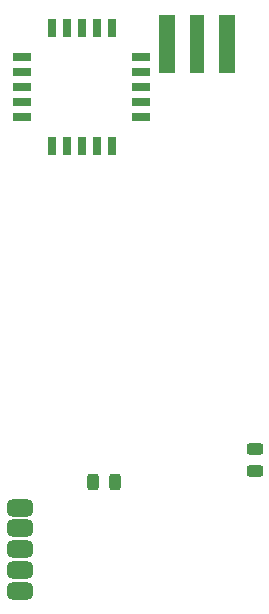
<source format=gbr>
%TF.GenerationSoftware,KiCad,Pcbnew,8.0.0*%
%TF.CreationDate,2024-06-24T23:08:17-07:00*%
%TF.ProjectId,lyrav3r2,6c797261-7633-4723-922e-6b696361645f,rev?*%
%TF.SameCoordinates,Original*%
%TF.FileFunction,Paste,Top*%
%TF.FilePolarity,Positive*%
%FSLAX46Y46*%
G04 Gerber Fmt 4.6, Leading zero omitted, Abs format (unit mm)*
G04 Created by KiCad (PCBNEW 8.0.0) date 2024-06-24 23:08:17*
%MOMM*%
%LPD*%
G01*
G04 APERTURE LIST*
G04 Aperture macros list*
%AMRoundRect*
0 Rectangle with rounded corners*
0 $1 Rounding radius*
0 $2 $3 $4 $5 $6 $7 $8 $9 X,Y pos of 4 corners*
0 Add a 4 corners polygon primitive as box body*
4,1,4,$2,$3,$4,$5,$6,$7,$8,$9,$2,$3,0*
0 Add four circle primitives for the rounded corners*
1,1,$1+$1,$2,$3*
1,1,$1+$1,$4,$5*
1,1,$1+$1,$6,$7*
1,1,$1+$1,$8,$9*
0 Add four rect primitives between the rounded corners*
20,1,$1+$1,$2,$3,$4,$5,0*
20,1,$1+$1,$4,$5,$6,$7,0*
20,1,$1+$1,$6,$7,$8,$9,0*
20,1,$1+$1,$8,$9,$2,$3,0*%
G04 Aperture macros list end*
%ADD10R,1.500000X0.800000*%
%ADD11R,0.800000X1.500000*%
%ADD12RoundRect,0.492126X-0.632874X-0.257874X0.632874X-0.257874X0.632874X0.257874X-0.632874X0.257874X0*%
%ADD13R,1.400000X5.000000*%
%ADD14R,1.200000X5.000000*%
%ADD15RoundRect,0.243750X-0.243750X-0.456250X0.243750X-0.456250X0.243750X0.456250X-0.243750X0.456250X0*%
%ADD16RoundRect,0.243750X-0.456250X0.243750X-0.456250X-0.243750X0.456250X-0.243750X0.456250X0.243750X0*%
G04 APERTURE END LIST*
D10*
%TO.C,U1*%
X1433400Y43965200D03*
X1433400Y45235200D03*
X1433400Y46505200D03*
X1433400Y47775200D03*
X1433400Y49045200D03*
D11*
X3893400Y51505200D03*
X5163400Y51505200D03*
X6433400Y51505200D03*
X7703400Y51505200D03*
X8973400Y51505200D03*
D10*
X11433400Y49045200D03*
X11433400Y47775200D03*
X11433400Y46505200D03*
X11433400Y45235200D03*
X11433400Y43965200D03*
D11*
X8973400Y41505200D03*
X7703400Y41505200D03*
X6433400Y41505200D03*
X5163400Y41505200D03*
X3893400Y41505200D03*
%TD*%
D12*
%TO.C,J5*%
X1200000Y10875000D03*
X1200000Y9125000D03*
X1200000Y7375000D03*
X1200000Y5625000D03*
X1200000Y3875000D03*
%TD*%
D13*
%TO.C,AE3*%
X18750000Y50175000D03*
X13650000Y50175000D03*
D14*
X16200000Y50175000D03*
%TD*%
D15*
%TO.C,D2*%
X9257500Y13095000D03*
X7382500Y13095000D03*
%TD*%
D16*
%TO.C,D3*%
X21100000Y13975000D03*
X21100000Y15850000D03*
%TD*%
M02*

</source>
